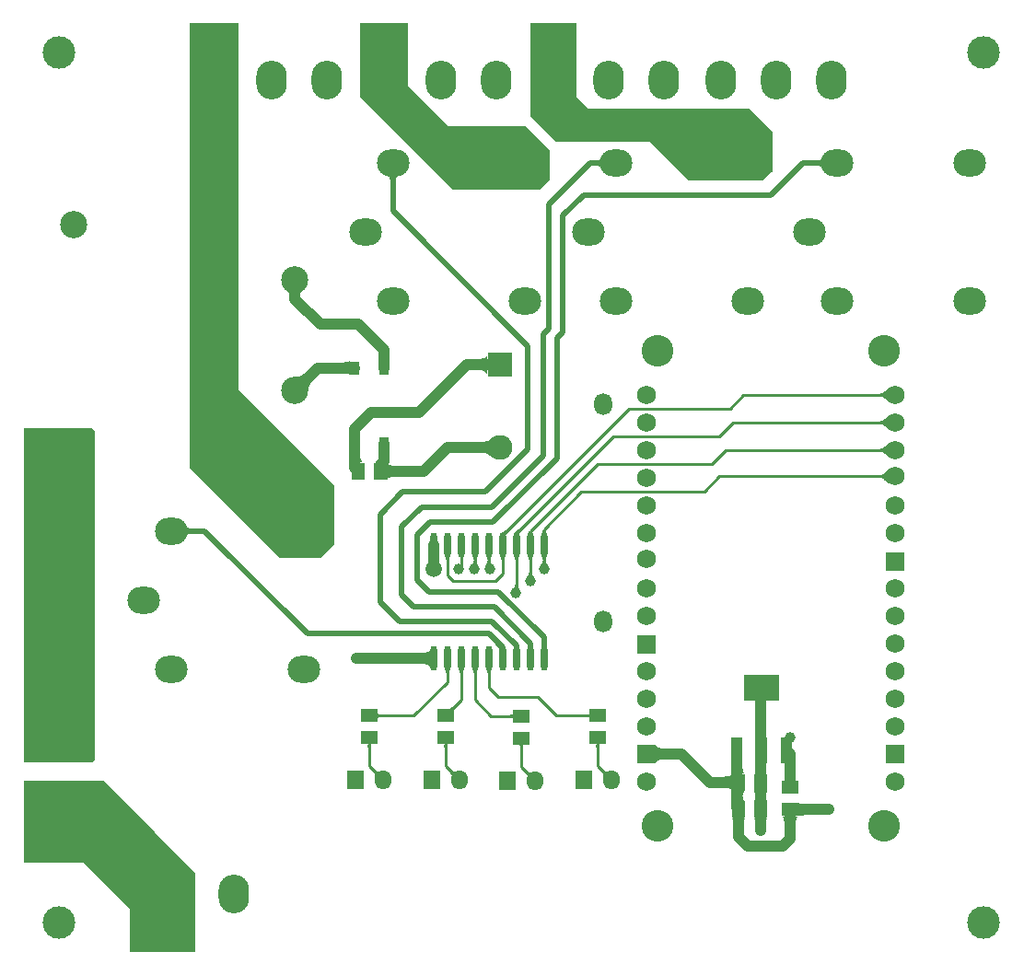
<source format=gtl>
G04 Layer_Physical_Order=1*
G04 Layer_Color=255*
%FSLAX44Y44*%
%MOMM*%
G71*
G01*
G75*
%ADD10R,3.3000X2.4000*%
%ADD11R,1.0000X2.4000*%
%ADD12R,1.2700X1.6002*%
%ADD13R,1.6002X1.2700*%
%ADD14O,0.6000X2.3000*%
%ADD15R,0.9000X1.3000*%
%ADD16R,1.6510X1.5240*%
%ADD17C,1.0000*%
%ADD18C,0.2540*%
%ADD19C,1.5000*%
%ADD20C,0.5000*%
%ADD21R,1.7526X1.7526*%
%ADD22C,2.9210*%
%ADD23C,1.7526*%
%ADD24O,1.6510X2.0320*%
%ADD25O,2.7940X3.5560*%
%ADD26C,2.5000*%
%ADD27C,2.2860*%
%ADD28R,2.2860X2.2860*%
%ADD29O,3.0000X2.5000*%
%ADD30R,1.5240X1.7780*%
%ADD31O,1.5240X1.7780*%
%ADD32C,3.0000*%
%ADD33C,1.0000*%
%ADD34C,1.5000*%
G36*
X-65821Y-167085D02*
X-66033Y-167195D01*
X-66220Y-167379D01*
X-66382Y-167637D01*
X-66519Y-167968D01*
X-66631Y-168372D01*
X-66718Y-168851D01*
X-66780Y-169403D01*
X-66817Y-170028D01*
X-66830Y-170727D01*
X-69370D01*
X-69382Y-170028D01*
X-69482Y-168851D01*
X-69569Y-168372D01*
X-69681Y-167968D01*
X-69819Y-167637D01*
X-69981Y-167379D01*
X-70167Y-167195D01*
X-70379Y-167085D01*
X-70616Y-167048D01*
X-65584D01*
X-65821Y-167085D01*
D02*
G37*
G36*
X-53121D02*
X-53333Y-167195D01*
X-53520Y-167379D01*
X-53682Y-167637D01*
X-53818Y-167968D01*
X-53931Y-168372D01*
X-54018Y-168851D01*
X-54080Y-169403D01*
X-54117Y-170028D01*
X-54130Y-170727D01*
X-56670D01*
X-56682Y-170028D01*
X-56782Y-168851D01*
X-56869Y-168372D01*
X-56981Y-167968D01*
X-57119Y-167637D01*
X-57281Y-167379D01*
X-57467Y-167195D01*
X-57679Y-167085D01*
X-57916Y-167048D01*
X-52884D01*
X-53121Y-167085D01*
D02*
G37*
G36*
X-40421D02*
X-40633Y-167195D01*
X-40820Y-167379D01*
X-40981Y-167637D01*
X-41118Y-167968D01*
X-41231Y-168372D01*
X-41318Y-168851D01*
X-41380Y-169403D01*
X-41417Y-170028D01*
X-41430Y-170727D01*
X-43970D01*
X-43982Y-170028D01*
X-44082Y-168851D01*
X-44169Y-168372D01*
X-44281Y-167968D01*
X-44419Y-167637D01*
X-44580Y-167379D01*
X-44767Y-167195D01*
X-44979Y-167085D01*
X-45216Y-167048D01*
X-40184D01*
X-40421Y-167085D01*
D02*
G37*
G36*
X-60233Y-201709D02*
X-60813Y-202307D01*
X-61708Y-203342D01*
X-62023Y-203781D01*
X-62249Y-204167D01*
X-62388Y-204499D01*
X-62438Y-204779D01*
X-62400Y-205006D01*
X-62274Y-205180D01*
X-62060Y-205302D01*
X-67273Y-203391D01*
X-67004Y-203458D01*
X-66715Y-203469D01*
X-66407Y-203426D01*
X-66078Y-203326D01*
X-65729Y-203171D01*
X-65359Y-202961D01*
X-64970Y-202695D01*
X-64560Y-202374D01*
X-64130Y-201997D01*
X-63681Y-201564D01*
X-60233Y-201709D01*
D02*
G37*
G36*
X-7970Y-212540D02*
X-7996Y-212299D01*
X-8072Y-212083D01*
X-8199Y-211892D01*
X-8377Y-211727D01*
X-8605Y-211588D01*
X-8885Y-211473D01*
X-9215Y-211384D01*
X-9596Y-211321D01*
X-10028Y-211283D01*
X-10510Y-211270D01*
Y-208730D01*
X-10028Y-208717D01*
X-9596Y-208679D01*
X-9215Y-208616D01*
X-8885Y-208527D01*
X-8605Y-208412D01*
X-8377Y-208273D01*
X-8199Y-208108D01*
X-8072Y-207917D01*
X-7996Y-207701D01*
X-7970Y-207460D01*
Y-212540D01*
D02*
G37*
G36*
X-132034Y-207541D02*
X-131957Y-207757D01*
X-131829Y-207948D01*
X-131649Y-208113D01*
X-131417Y-208253D01*
X-131135Y-208367D01*
X-130800Y-208456D01*
X-130415Y-208519D01*
X-129978Y-208557D01*
X-129489Y-208570D01*
Y-211110D01*
X-129978Y-211123D01*
X-130415Y-211161D01*
X-130800Y-211224D01*
X-131135Y-211313D01*
X-131417Y-211427D01*
X-131649Y-211567D01*
X-131829Y-211732D01*
X-131957Y-211923D01*
X-132034Y-212139D01*
X-132060Y-212380D01*
Y-207300D01*
X-132034Y-207541D01*
D02*
G37*
G36*
X62030Y-212380D02*
X62004Y-212139D01*
X61928Y-211923D01*
X61801Y-211732D01*
X61623Y-211567D01*
X61395Y-211427D01*
X61115Y-211313D01*
X60785Y-211224D01*
X60404Y-211161D01*
X59972Y-211123D01*
X59489Y-211110D01*
Y-208570D01*
X59972Y-208557D01*
X60404Y-208519D01*
X60785Y-208456D01*
X61115Y-208367D01*
X61395Y-208253D01*
X61623Y-208113D01*
X61801Y-207948D01*
X61928Y-207757D01*
X62004Y-207541D01*
X62030Y-207300D01*
Y-212380D01*
D02*
G37*
G36*
X-27721Y-167085D02*
X-27933Y-167195D01*
X-28119Y-167379D01*
X-28282Y-167637D01*
X-28419Y-167968D01*
X-28531Y-168372D01*
X-28618Y-168851D01*
X-28680Y-169403D01*
X-28718Y-170028D01*
X-28730Y-170727D01*
X-31270D01*
X-31282Y-170028D01*
X-31382Y-168851D01*
X-31469Y-168372D01*
X-31581Y-167968D01*
X-31718Y-167637D01*
X-31881Y-167379D01*
X-32067Y-167195D01*
X-32279Y-167085D01*
X-32516Y-167048D01*
X-27484D01*
X-27721Y-167085D01*
D02*
G37*
G36*
X9370Y-78191D02*
X9392Y-78606D01*
X9458Y-79024D01*
X9568Y-79446D01*
X9722Y-79871D01*
X9920Y-80300D01*
X10162Y-80733D01*
X10448Y-81169D01*
X10778Y-81609D01*
X11153Y-82053D01*
X11571Y-82500D01*
X4572Y-82360D01*
X5001Y-81935D01*
X5385Y-81511D01*
X5724Y-81087D01*
X6017Y-80664D01*
X6266Y-80241D01*
X6469Y-79820D01*
X6627Y-79399D01*
X6740Y-78978D01*
X6807Y-78558D01*
X6830Y-78139D01*
X9370Y-78191D01*
D02*
G37*
G36*
X-28705Y-67444D02*
X-28632Y-67867D01*
X-28510Y-68278D01*
X-28339Y-68677D01*
X-28119Y-69062D01*
X-27850Y-69435D01*
X-27532Y-69796D01*
X-27165Y-70144D01*
X-26749Y-70479D01*
X-26285Y-70801D01*
X-33143Y-72201D01*
X-32787Y-71656D01*
X-32188Y-70617D01*
X-31944Y-70125D01*
X-31570Y-69194D01*
X-31439Y-68755D01*
X-31345Y-68334D01*
X-31289Y-67930D01*
X-31270Y-67545D01*
X-28730Y-67007D01*
X-28705Y-67444D01*
D02*
G37*
G36*
X-41430Y-67253D02*
X-41409Y-67662D01*
X-41344Y-68078D01*
X-41238Y-68501D01*
X-41088Y-68930D01*
X-40896Y-69366D01*
X-40660Y-69808D01*
X-40382Y-70258D01*
X-40062Y-70714D01*
X-39698Y-71176D01*
X-39292Y-71646D01*
X-46279Y-71226D01*
X-45841Y-70823D01*
X-45448Y-70418D01*
X-45102Y-70011D01*
X-44801Y-69602D01*
X-44547Y-69190D01*
X-44339Y-68776D01*
X-44178Y-68359D01*
X-44062Y-67940D01*
X-43993Y-67519D01*
X-43970Y-67095D01*
X-41430Y-67253D01*
D02*
G37*
G36*
X-3330Y-89287D02*
X-3309Y-89693D01*
X-3246Y-90108D01*
X-3141Y-90531D01*
X-2993Y-90962D01*
X-2804Y-91401D01*
X-2572Y-91849D01*
X-2299Y-92304D01*
X-1983Y-92768D01*
X-1226Y-93721D01*
X-8203Y-93161D01*
X-7760Y-92769D01*
X-7363Y-92374D01*
X-7013Y-91976D01*
X-6710Y-91573D01*
X-6453Y-91166D01*
X-6243Y-90756D01*
X-6080Y-90342D01*
X-5963Y-89924D01*
X-5893Y-89502D01*
X-5870Y-89076D01*
X-3330Y-89287D01*
D02*
G37*
G36*
X-83366Y-166985D02*
X-83470Y-166037D01*
X-83783Y-165190D01*
X-84305Y-164442D01*
X-85035Y-163794D01*
X-85974Y-163245D01*
X-87121Y-162797D01*
X-88477Y-162448D01*
X-90041Y-162198D01*
X-91814Y-162049D01*
X-93795Y-161999D01*
Y-151999D01*
X-91814Y-151949D01*
X-90042Y-151800D01*
X-88478Y-151551D01*
X-87122Y-151202D01*
X-85976Y-150754D01*
X-85037Y-150206D01*
X-84308Y-149559D01*
X-83786Y-148812D01*
X-83474Y-147966D01*
X-83370Y-147020D01*
X-83366Y-166985D01*
D02*
G37*
G36*
X23304Y-142819D02*
X23552Y-147186D01*
X23618Y-147494D01*
X23693Y-147724D01*
X17907D01*
X17982Y-147494D01*
X18048Y-147186D01*
X18107Y-146799D01*
X18202Y-145788D01*
X18284Y-143679D01*
X18300Y-141879D01*
X23300D01*
X23304Y-142819D01*
D02*
G37*
G36*
X-18876Y-141601D02*
X-15467Y-145445D01*
X-15295Y-145778D01*
X-15294Y-145966D01*
X-15463Y-146008D01*
X-15802Y-145905D01*
X-20265Y-150776D01*
X-19997Y-150378D01*
X-19863Y-149916D01*
X-19863Y-149390D01*
X-19997Y-148801D01*
X-20265Y-148147D01*
X-20667Y-147429D01*
X-21203Y-146648D01*
X-21874Y-145802D01*
X-22678Y-144892D01*
X-23617Y-143919D01*
X-20069Y-140396D01*
X-18876Y-141601D01*
D02*
G37*
G36*
X-67701Y-236315D02*
X-67917Y-236392D01*
X-68108Y-236520D01*
X-68273Y-236700D01*
X-68412Y-236932D01*
X-68527Y-237214D01*
X-68616Y-237549D01*
X-68679Y-237934D01*
X-68717Y-238371D01*
X-68730Y-238860D01*
X-71270D01*
X-71283Y-238371D01*
X-71321Y-237934D01*
X-71384Y-237549D01*
X-71473Y-237214D01*
X-71588Y-236932D01*
X-71727Y-236700D01*
X-71892Y-236520D01*
X-72083Y-236392D01*
X-72299Y-236315D01*
X-72540Y-236289D01*
X-67460D01*
X-67701Y-236315D01*
D02*
G37*
G36*
X203030Y-254930D02*
X203270Y-258130D01*
X203480Y-259429D01*
X203750Y-260529D01*
X204080Y-261430D01*
X204470Y-262129D01*
X204920Y-262630D01*
X205430Y-262929D01*
X206000Y-263029D01*
X193361D01*
Y-278029D01*
X203000D01*
X203015Y-278971D01*
X206000D01*
X205430Y-279070D01*
X204920Y-279370D01*
X204470Y-279870D01*
X204080Y-280571D01*
X203750Y-281471D01*
X203480Y-282570D01*
X203330Y-283500D01*
X203480Y-284429D01*
X203750Y-285529D01*
X204080Y-286430D01*
X204470Y-287129D01*
X204920Y-287630D01*
X205430Y-287929D01*
X206000Y-288029D01*
X203031D01*
X203000Y-288971D01*
X193000D01*
X193111Y-285906D01*
X193090Y-285529D01*
X193000Y-278029D01*
X193037D01*
X192960Y-277901D01*
X192460Y-277456D01*
X191761Y-277069D01*
X190861Y-276743D01*
X189760Y-276475D01*
X188461Y-276267D01*
X186961Y-276119D01*
X183361Y-276000D01*
Y-266000D01*
X185261Y-265970D01*
X188461Y-265733D01*
X189760Y-265525D01*
X190861Y-265257D01*
X191761Y-264931D01*
X192460Y-264544D01*
X192960Y-264099D01*
X193260Y-263594D01*
X193361Y-263029D01*
X193292Y-262929D01*
X193231Y-262630D01*
X193177Y-262129D01*
X193090Y-260529D01*
X193000Y-253029D01*
X203000D01*
X203030Y-254930D01*
D02*
G37*
G36*
X225007Y-278971D02*
X226320D01*
X226069Y-279070D01*
X225844Y-279370D01*
X225647Y-279870D01*
X225475Y-280571D01*
X225330Y-281471D01*
X225215Y-282773D01*
X225475Y-286430D01*
X225647Y-287129D01*
X225844Y-287630D01*
X226069Y-287929D01*
X226320Y-288029D01*
X225007D01*
X225000Y-288971D01*
X215000D01*
X214993Y-288029D01*
X213680D01*
X213931Y-287929D01*
X214156Y-287630D01*
X214353Y-287129D01*
X214525Y-286430D01*
X214670Y-285529D01*
X214785Y-284226D01*
X214525Y-280571D01*
X214353Y-279870D01*
X214156Y-279370D01*
X213931Y-279070D01*
X213680Y-278971D01*
X214993D01*
X215000Y-278029D01*
X225000D01*
X225007Y-278971D01*
D02*
G37*
G36*
X6197Y-261683D02*
X6567Y-262000D01*
X6913Y-262256D01*
X7233Y-262451D01*
X7527Y-262585D01*
X7796Y-262658D01*
X8040Y-262670D01*
X8259Y-262621D01*
X8452Y-262511D01*
X8619Y-262340D01*
X5512Y-266384D01*
X5638Y-266173D01*
X5708Y-265940D01*
X5721Y-265687D01*
X5677Y-265413D01*
X5577Y-265117D01*
X5420Y-264800D01*
X5207Y-264463D01*
X4937Y-264104D01*
X4611Y-263725D01*
X4228Y-263324D01*
X5800Y-261304D01*
X6197Y-261683D01*
D02*
G37*
G36*
X255070Y-289931D02*
X255371Y-290156D01*
X255870Y-290353D01*
X256570Y-290525D01*
X257470Y-290670D01*
X259870Y-290881D01*
X263071Y-290987D01*
X264970Y-291000D01*
Y-301000D01*
X263071Y-301013D01*
X256570Y-301475D01*
X255870Y-301647D01*
X255371Y-301845D01*
X255070Y-302069D01*
X254970Y-302320D01*
X254406Y-302419D01*
X253901Y-302719D01*
X253456Y-303220D01*
X253069Y-303920D01*
X252743Y-304820D01*
X252475Y-305919D01*
X252267Y-307220D01*
X252119Y-308720D01*
X252000Y-312320D01*
X242000D01*
X241970Y-310420D01*
X241733Y-307220D01*
X241525Y-305919D01*
X241257Y-304820D01*
X240931Y-303920D01*
X240544Y-303220D01*
X240099Y-302719D01*
X239594Y-302419D01*
X239030Y-302320D01*
X254970D01*
Y-289681D01*
X255070Y-289931D01*
D02*
G37*
G36*
X-337000Y-317000D02*
X-300000Y-354000D01*
Y-358000D01*
Y-426941D01*
X-360000D01*
Y-387000D01*
X-371000Y-376000D01*
X-402000Y-345000D01*
X-456941D01*
Y-270000D01*
X-384000D01*
X-337000Y-317000D01*
D02*
G37*
G36*
X205749Y-304070D02*
X205525Y-304370D01*
X205327Y-304870D01*
X205155Y-305571D01*
X205010Y-306471D01*
X204799Y-308871D01*
X204693Y-312071D01*
X204680Y-313971D01*
X194680D01*
X194667Y-312071D01*
X194205Y-305571D01*
X194033Y-304870D01*
X193836Y-304370D01*
X193611Y-304070D01*
X193361Y-303971D01*
X206000D01*
X205749Y-304070D01*
D02*
G37*
G36*
X226069D02*
X225844Y-304370D01*
X225647Y-304870D01*
X225475Y-305571D01*
X225330Y-306471D01*
X225119Y-308871D01*
X225013Y-312071D01*
X225000Y-313971D01*
X215000D01*
X214987Y-312071D01*
X214525Y-305571D01*
X214353Y-304870D01*
X214156Y-304370D01*
X213931Y-304070D01*
X213680Y-303971D01*
X226320D01*
X226069Y-304070D01*
D02*
G37*
G36*
X-133804Y-260683D02*
X-133433Y-261000D01*
X-133087Y-261256D01*
X-132767Y-261451D01*
X-132473Y-261585D01*
X-132204Y-261658D01*
X-131960Y-261670D01*
X-131741Y-261621D01*
X-131548Y-261511D01*
X-131380Y-261340D01*
X-134488Y-265384D01*
X-134361Y-265173D01*
X-134292Y-264940D01*
X-134279Y-264687D01*
X-134323Y-264412D01*
X-134423Y-264117D01*
X-134580Y-263801D01*
X-134793Y-263463D01*
X-135063Y-263104D01*
X-135389Y-262725D01*
X-135772Y-262324D01*
X-134200Y-260304D01*
X-133804Y-260683D01*
D02*
G37*
G36*
X2299Y-236635D02*
X2083Y-236712D01*
X1892Y-236840D01*
X1727Y-237020D01*
X1587Y-237252D01*
X1473Y-237534D01*
X1384Y-237869D01*
X1321Y-238254D01*
X1283Y-238691D01*
X1270Y-239179D01*
X-1270D01*
X-1283Y-238691D01*
X-1321Y-238254D01*
X-1384Y-237869D01*
X-1473Y-237534D01*
X-1587Y-237252D01*
X-1727Y-237020D01*
X-1892Y-236840D01*
X-2083Y-236712D01*
X-2299Y-236635D01*
X-2540Y-236609D01*
X2540D01*
X2299Y-236635D01*
D02*
G37*
G36*
X-137701Y-236475D02*
X-137917Y-236552D01*
X-138108Y-236680D01*
X-138273Y-236860D01*
X-138413Y-237092D01*
X-138527Y-237374D01*
X-138616Y-237709D01*
X-138679Y-238094D01*
X-138717Y-238531D01*
X-138730Y-239020D01*
X-141270D01*
X-141283Y-238531D01*
X-141321Y-238094D01*
X-141384Y-237709D01*
X-141473Y-237374D01*
X-141587Y-237092D01*
X-141727Y-236860D01*
X-141892Y-236680D01*
X-142083Y-236552D01*
X-142299Y-236475D01*
X-142540Y-236449D01*
X-137460D01*
X-137701Y-236475D01*
D02*
G37*
G36*
X72299D02*
X72083Y-236552D01*
X71892Y-236680D01*
X71727Y-236860D01*
X71588Y-237092D01*
X71473Y-237374D01*
X71384Y-237709D01*
X71321Y-238094D01*
X71283Y-238531D01*
X71270Y-239020D01*
X68730D01*
X68717Y-238531D01*
X68679Y-238094D01*
X68616Y-237709D01*
X68527Y-237374D01*
X68412Y-237092D01*
X68273Y-236860D01*
X68108Y-236680D01*
X67917Y-236552D01*
X67701Y-236475D01*
X67460Y-236449D01*
X72540D01*
X72299Y-236475D01*
D02*
G37*
G36*
X-392000Y52000D02*
Y-246000D01*
Y-250000D01*
X-395000Y-253000D01*
X-456941D01*
Y55000D01*
X-395000D01*
X-392000Y52000D01*
D02*
G37*
G36*
X-63804Y-260683D02*
X-63433Y-261000D01*
X-63087Y-261256D01*
X-62767Y-261451D01*
X-62473Y-261585D01*
X-62203Y-261658D01*
X-61960Y-261670D01*
X-61741Y-261621D01*
X-61548Y-261511D01*
X-61380Y-261340D01*
X-64488Y-265384D01*
X-64362Y-265173D01*
X-64292Y-264940D01*
X-64279Y-264687D01*
X-64323Y-264412D01*
X-64423Y-264117D01*
X-64580Y-263801D01*
X-64793Y-263463D01*
X-65063Y-263104D01*
X-65389Y-262725D01*
X-65772Y-262324D01*
X-64200Y-260304D01*
X-63804Y-260683D01*
D02*
G37*
G36*
X76196D02*
X76567Y-261000D01*
X76913Y-261256D01*
X77233Y-261451D01*
X77527Y-261585D01*
X77797Y-261658D01*
X78040Y-261670D01*
X78259Y-261621D01*
X78452Y-261511D01*
X78620Y-261340D01*
X75512Y-265384D01*
X75638Y-265173D01*
X75708Y-264940D01*
X75721Y-264687D01*
X75677Y-264412D01*
X75577Y-264117D01*
X75420Y-263801D01*
X75207Y-263463D01*
X74937Y-263104D01*
X74611Y-262725D01*
X74228Y-262324D01*
X75800Y-260304D01*
X76196Y-260683D01*
D02*
G37*
G36*
X123833Y-236977D02*
X124132Y-237611D01*
X124633Y-238171D01*
X125332Y-238656D01*
X126233Y-239067D01*
X127332Y-239403D01*
X128632Y-239664D01*
X130133Y-239851D01*
X131833Y-239963D01*
X133733Y-240000D01*
Y-250000D01*
X131833Y-250037D01*
X128632Y-250336D01*
X127332Y-250597D01*
X126233Y-250933D01*
X125332Y-251344D01*
X124633Y-251829D01*
X124132Y-252389D01*
X123833Y-253023D01*
X123733Y-253732D01*
Y-236268D01*
X123833Y-236977D01*
D02*
G37*
G36*
X337342Y53666D02*
X336407Y54590D01*
X334649Y56147D01*
X333826Y56779D01*
X333041Y57314D01*
X332292Y57752D01*
X331581Y58092D01*
X330907Y58335D01*
X330271Y58481D01*
X329672Y58530D01*
Y61070D01*
X330271Y61119D01*
X330907Y61265D01*
X331581Y61508D01*
X332292Y61848D01*
X333041Y62286D01*
X333826Y62821D01*
X334649Y63453D01*
X336407Y65010D01*
X337342Y65934D01*
Y53666D01*
D02*
G37*
G36*
Y79066D02*
X336407Y79990D01*
X334649Y81547D01*
X333826Y82179D01*
X333041Y82714D01*
X332292Y83152D01*
X331581Y83492D01*
X330907Y83735D01*
X330271Y83881D01*
X329672Y83930D01*
Y86470D01*
X330271Y86519D01*
X330907Y86665D01*
X331581Y86908D01*
X332292Y87248D01*
X333041Y87686D01*
X333826Y88221D01*
X334649Y88853D01*
X336407Y90410D01*
X337342Y91334D01*
Y79066D01*
D02*
G37*
G36*
X-191460Y99069D02*
X-192313Y98162D01*
X-193076Y97241D01*
X-193747Y96305D01*
X-194327Y95353D01*
X-194817Y94386D01*
X-195215Y93404D01*
X-195523Y92407D01*
X-195740Y91395D01*
X-195866Y90368D01*
X-195901Y89325D01*
X-208275Y101699D01*
X-207232Y101734D01*
X-206205Y101860D01*
X-205193Y102077D01*
X-204196Y102385D01*
X-203214Y102783D01*
X-202247Y103273D01*
X-201295Y103853D01*
X-200359Y104524D01*
X-199437Y105287D01*
X-198531Y106140D01*
X-191460Y99069D01*
D02*
G37*
G36*
X-28163Y28899D02*
X-28782Y29469D01*
X-29463Y29979D01*
X-30206Y30429D01*
X-31010Y30820D01*
X-31877Y31150D01*
X-32805Y31420D01*
X-33795Y31630D01*
X-34847Y31780D01*
X-35961Y31870D01*
X-37136Y31900D01*
Y41900D01*
X-35961Y41930D01*
X-34847Y42020D01*
X-33795Y42170D01*
X-32805Y42380D01*
X-31877Y42650D01*
X-31010Y42980D01*
X-30206Y43370D01*
X-29463Y43821D01*
X-28782Y44331D01*
X-28163Y44901D01*
Y28899D01*
D02*
G37*
G36*
X-123420Y22406D02*
X-123120Y21901D01*
X-122620Y21456D01*
X-121920Y21069D01*
X-121020Y20743D01*
X-119921Y20475D01*
X-118621Y20267D01*
X-117121Y20119D01*
X-113520Y20000D01*
Y10000D01*
X-115421Y9970D01*
X-118621Y9733D01*
X-119921Y9525D01*
X-121020Y9257D01*
X-121920Y8931D01*
X-122620Y8544D01*
X-123120Y8099D01*
X-123420Y7594D01*
X-123520Y7030D01*
Y22970D01*
X-123420Y22406D01*
D02*
G37*
G36*
X-148454Y31070D02*
X-148314Y29371D01*
X-148081Y27871D01*
X-147755Y26570D01*
X-147335Y25470D01*
X-146823Y24571D01*
X-146217Y23870D01*
X-145518Y23370D01*
X-144726Y23070D01*
X-143841Y22970D01*
X-156480D01*
X-156863Y23070D01*
X-157207Y23370D01*
X-157510Y23870D01*
X-157773Y24571D01*
X-157995Y25470D01*
X-158177Y26570D01*
X-158318Y27871D01*
X-158480Y31070D01*
X-158500Y32970D01*
X-148500D01*
X-148454Y31070D01*
D02*
G37*
G36*
X337342Y28266D02*
X336407Y29190D01*
X334649Y30747D01*
X333826Y31379D01*
X333041Y31914D01*
X332292Y32352D01*
X331581Y32692D01*
X330907Y32935D01*
X330271Y33081D01*
X329672Y33130D01*
Y35670D01*
X330271Y35719D01*
X330907Y35865D01*
X331581Y36108D01*
X332292Y36448D01*
X333041Y36886D01*
X333826Y37421D01*
X334649Y38053D01*
X336407Y39610D01*
X337342Y40534D01*
Y28266D01*
D02*
G37*
G36*
X-31369Y103100D02*
X-31469Y104050D01*
X-31770Y104900D01*
X-32272Y105650D01*
X-32974Y106300D01*
X-33877Y106850D01*
X-34980Y107300D01*
X-36284Y107650D01*
X-37789Y107900D01*
X-39494Y108050D01*
X-41399Y108100D01*
Y118100D01*
X-39494Y118150D01*
X-37789Y118300D01*
X-36284Y118550D01*
X-34980Y118900D01*
X-33877Y119350D01*
X-32974Y119900D01*
X-32272Y120550D01*
X-31770Y121300D01*
X-31469Y122150D01*
X-31369Y123100D01*
Y103100D01*
D02*
G37*
G36*
X51000Y398000D02*
Y359000D01*
X55000Y355000D01*
X62000Y348000D01*
X210000Y348000D01*
X225000Y333000D01*
X231000Y327000D01*
Y319000D01*
Y291000D01*
X230000Y290000D01*
X222000Y282000D01*
X154000D01*
X139000Y297000D01*
X118000Y318000D01*
X32000D01*
X28000Y322000D01*
X8000Y342000D01*
Y396000D01*
Y426941D01*
X51000D01*
Y398000D01*
D02*
G37*
G36*
X73002Y293512D02*
X72944Y293985D01*
X72769Y294408D01*
X72478Y294781D01*
X72070Y295104D01*
X71546Y295378D01*
X70905Y295602D01*
X70148Y295776D01*
X69274Y295900D01*
X68283Y295975D01*
X67176Y296000D01*
Y301000D01*
X68283Y301025D01*
X69274Y301099D01*
X70148Y301224D01*
X70905Y301398D01*
X71546Y301622D01*
X72070Y301896D01*
X72478Y302219D01*
X72769Y302593D01*
X72944Y303015D01*
X73002Y303488D01*
Y293512D01*
D02*
G37*
G36*
X276502Y293512D02*
X276444Y293985D01*
X276269Y294408D01*
X275978Y294781D01*
X275570Y295104D01*
X275046Y295378D01*
X274405Y295602D01*
X273648Y295776D01*
X272774Y295900D01*
X271783Y295975D01*
X270676Y296000D01*
Y301000D01*
X271783Y301025D01*
X272774Y301100D01*
X273648Y301224D01*
X274405Y301398D01*
X275046Y301622D01*
X275570Y301896D01*
X275978Y302219D01*
X276269Y302593D01*
X276444Y303015D01*
X276502Y303488D01*
Y293512D01*
D02*
G37*
G36*
X-113581Y286253D02*
X-114005Y286093D01*
X-114378Y285828D01*
X-114703Y285456D01*
X-114977Y284977D01*
X-115201Y284393D01*
X-115376Y283702D01*
X-115500Y282905D01*
X-115575Y282002D01*
X-115600Y280992D01*
X-120600D01*
X-120625Y282002D01*
X-120700Y282905D01*
X-120824Y283702D01*
X-120999Y284393D01*
X-121223Y284977D01*
X-121497Y285456D01*
X-121821Y285828D01*
X-122196Y286093D01*
X-122619Y286253D01*
X-123093Y286306D01*
X-113107D01*
X-113581Y286253D01*
D02*
G37*
G36*
X-157970Y103530D02*
X-158070Y103810D01*
X-158370Y104059D01*
X-158870Y104280D01*
X-159570Y104471D01*
X-160470Y104633D01*
X-161570Y104765D01*
X-164370Y104941D01*
X-167970Y105000D01*
Y115000D01*
X-166070Y115015D01*
X-160470Y115367D01*
X-159570Y115529D01*
X-158870Y115720D01*
X-158370Y115940D01*
X-158070Y116190D01*
X-157970Y116469D01*
Y103530D01*
D02*
G37*
G36*
X-202819Y179555D02*
X-202941Y179314D01*
X-203049Y178964D01*
X-203142Y178501D01*
X-203221Y177929D01*
X-203335Y176450D01*
X-203400Y173400D01*
X-213400D01*
X-213407Y174528D01*
X-213658Y178501D01*
X-213751Y178964D01*
X-213859Y179314D01*
X-213981Y179555D01*
X-214117Y179684D01*
X-202683D01*
X-202819Y179555D01*
D02*
G37*
G36*
X-104000Y400000D02*
Y369000D01*
X-67000Y332000D01*
X-50000Y332000D01*
X4000D01*
X18000Y318000D01*
X26000Y310000D01*
Y307000D01*
Y283000D01*
X24000Y281000D01*
X17000Y274000D01*
X-63000D01*
X-99000Y310000D01*
X-148000Y359000D01*
Y364000D01*
Y426941D01*
X-104000D01*
Y400000D01*
D02*
G37*
G36*
X337342Y4136D02*
X336407Y5060D01*
X334649Y6617D01*
X333826Y7249D01*
X333041Y7784D01*
X332292Y8222D01*
X331581Y8562D01*
X330907Y8805D01*
X330271Y8951D01*
X329672Y9000D01*
Y11540D01*
X330271Y11589D01*
X330907Y11735D01*
X331581Y11978D01*
X332292Y12318D01*
X333041Y12756D01*
X333826Y13291D01*
X334649Y13923D01*
X336407Y15480D01*
X337342Y16404D01*
Y4136D01*
D02*
G37*
G36*
X-27721Y-63087D02*
X-27933Y-63197D01*
X-28119Y-63381D01*
X-28282Y-63639D01*
X-28419Y-63970D01*
X-28531Y-64375D01*
X-28618Y-64853D01*
X-28680Y-65405D01*
X-28718Y-66030D01*
X-28730Y-66729D01*
X-31270D01*
X-31282Y-66030D01*
X-31382Y-64853D01*
X-31469Y-64375D01*
X-31581Y-63970D01*
X-31718Y-63639D01*
X-31881Y-63381D01*
X-32067Y-63197D01*
X-32279Y-63087D01*
X-32516Y-63050D01*
X-27484D01*
X-27721Y-63087D01*
D02*
G37*
G36*
X-15021D02*
X-15233Y-63197D01*
X-15419Y-63381D01*
X-15582Y-63639D01*
X-15718Y-63970D01*
X-15831Y-64375D01*
X-15918Y-64853D01*
X-15980Y-65405D01*
X-16018Y-66030D01*
X-16030Y-66729D01*
X-18570D01*
X-18582Y-66030D01*
X-18682Y-64853D01*
X-18769Y-64375D01*
X-18881Y-63970D01*
X-19018Y-63639D01*
X-19181Y-63381D01*
X-19367Y-63197D01*
X-19579Y-63087D01*
X-19816Y-63050D01*
X-14784D01*
X-15021Y-63087D01*
D02*
G37*
G36*
X-2321D02*
X-2533Y-63197D01*
X-2720Y-63381D01*
X-2882Y-63639D01*
X-3018Y-63970D01*
X-3131Y-64375D01*
X-3218Y-64853D01*
X-3280Y-65405D01*
X-3318Y-66030D01*
X-3330Y-66729D01*
X-5870D01*
X-5882Y-66030D01*
X-5982Y-64853D01*
X-6069Y-64375D01*
X-6181Y-63970D01*
X-6319Y-63639D01*
X-6481Y-63381D01*
X-6667Y-63197D01*
X-6879Y-63087D01*
X-7116Y-63050D01*
X-2084D01*
X-2321Y-63087D01*
D02*
G37*
G36*
X-40421D02*
X-40633Y-63197D01*
X-40820Y-63381D01*
X-40981Y-63639D01*
X-41118Y-63970D01*
X-41231Y-64375D01*
X-41318Y-64853D01*
X-41380Y-65405D01*
X-41417Y-66030D01*
X-41430Y-66729D01*
X-43970D01*
X-43982Y-66030D01*
X-44082Y-64853D01*
X-44169Y-64375D01*
X-44281Y-63970D01*
X-44419Y-63639D01*
X-44580Y-63381D01*
X-44767Y-63197D01*
X-44979Y-63087D01*
X-45216Y-63050D01*
X-40184D01*
X-40421Y-63087D01*
D02*
G37*
G36*
X22093Y-67537D02*
X22161Y-67958D01*
X22276Y-68378D01*
X22436Y-68797D01*
X22641Y-69215D01*
X22892Y-69632D01*
X23189Y-70048D01*
X23532Y-70464D01*
X23920Y-70878D01*
X24354Y-71292D01*
X17360Y-71572D01*
X17772Y-71114D01*
X18467Y-70213D01*
X18749Y-69770D01*
X18987Y-69332D01*
X19183Y-68900D01*
X19335Y-68472D01*
X19443Y-68050D01*
X19508Y-67633D01*
X19530Y-67221D01*
X22070Y-67116D01*
X22093Y-67537D01*
D02*
G37*
G36*
X-75800Y-65095D02*
X-75609Y-69786D01*
X-86105Y-69506D01*
X-86047Y-69407D01*
X-85995Y-69224D01*
X-85950Y-68958D01*
X-85910Y-68607D01*
X-85828Y-67050D01*
X-85800Y-64737D01*
X-75800Y-65095D01*
D02*
G37*
G36*
X-65821Y-63087D02*
X-66033Y-63197D01*
X-66220Y-63381D01*
X-66382Y-63639D01*
X-66519Y-63970D01*
X-66631Y-64375D01*
X-66718Y-64853D01*
X-66780Y-65405D01*
X-66817Y-66030D01*
X-66830Y-66729D01*
X-69370D01*
X-69382Y-66030D01*
X-69482Y-64853D01*
X-69569Y-64375D01*
X-69681Y-63970D01*
X-69819Y-63639D01*
X-69981Y-63381D01*
X-70167Y-63197D01*
X-70379Y-63087D01*
X-70616Y-63050D01*
X-65584D01*
X-65821Y-63087D01*
D02*
G37*
G36*
X10379D02*
X10167Y-63197D01*
X9980Y-63381D01*
X9819Y-63639D01*
X9682Y-63970D01*
X9569Y-64375D01*
X9482Y-64853D01*
X9420Y-65405D01*
X9383Y-66030D01*
X9370Y-66729D01*
X6830D01*
X6818Y-66030D01*
X6718Y-64853D01*
X6631Y-64375D01*
X6519Y-63970D01*
X6381Y-63639D01*
X6219Y-63381D01*
X6033Y-63197D01*
X5821Y-63087D01*
X5584Y-63050D01*
X10616D01*
X10379Y-63087D01*
D02*
G37*
G36*
X22083Y-39972D02*
X22182Y-41149D01*
X22269Y-41627D01*
X22381Y-42032D01*
X22518Y-42363D01*
X22680Y-42621D01*
X22867Y-42805D01*
X23079Y-42915D01*
X23316Y-42952D01*
X18284D01*
X18521Y-42915D01*
X18733Y-42805D01*
X18920Y-42621D01*
X19081Y-42363D01*
X19219Y-42032D01*
X19331Y-41627D01*
X19418Y-41149D01*
X19480Y-40597D01*
X19518Y-39972D01*
X19530Y-39273D01*
X22070D01*
X22083Y-39972D01*
D02*
G37*
G36*
X-1313Y-40109D02*
X-1745Y-40559D01*
X-2381Y-41338D01*
X-2585Y-41667D01*
X-2712Y-41956D01*
X-2763Y-42204D01*
X-2738Y-42412D01*
X-2637Y-42579D01*
X-2460Y-42706D01*
X-2206Y-42793D01*
X-6098Y-41907D01*
X-6259Y-41954D01*
X-6329Y-41921D01*
X-6309Y-41810D01*
X-6197Y-41619D01*
X-5995Y-41350D01*
X-5702Y-41002D01*
X-4276Y-39486D01*
X-3619Y-38823D01*
X-1313Y-40109D01*
D02*
G37*
G36*
X9373Y-40302D02*
X9449Y-41486D01*
X9484Y-41676D01*
X9526Y-41824D01*
X9573Y-41930D01*
X9627Y-41993D01*
X9687Y-42015D01*
X6513D01*
X6573Y-41993D01*
X6627Y-41930D01*
X6675Y-41824D01*
X6716Y-41676D01*
X6751Y-41486D01*
X6779Y-41253D01*
X6817Y-40661D01*
X6830Y-39900D01*
X9370D01*
X9373Y-40302D01*
D02*
G37*
G36*
X-13128Y-40924D02*
X-13564Y-41378D01*
X-14231Y-42187D01*
X-14462Y-42541D01*
X-14624Y-42863D01*
X-14718Y-43151D01*
X-14742Y-43406D01*
X-14699Y-43628D01*
X-14586Y-43816D01*
X-14405Y-43971D01*
X-18075Y-41608D01*
X-17910Y-41571D01*
X-17724Y-41500D01*
X-17518Y-41394D01*
X-17292Y-41255D01*
X-17045Y-41083D01*
X-16490Y-40635D01*
X-15853Y-40052D01*
X-15504Y-39710D01*
X-13128Y-40924D01*
D02*
G37*
G36*
X23079Y-63087D02*
X22867Y-63197D01*
X22680Y-63381D01*
X22518Y-63639D01*
X22381Y-63970D01*
X22269Y-64375D01*
X22182Y-64853D01*
X22120Y-65405D01*
X22083Y-66030D01*
X22070Y-66729D01*
X19530D01*
X19518Y-66030D01*
X19418Y-64853D01*
X19331Y-64375D01*
X19219Y-63970D01*
X19081Y-63639D01*
X18920Y-63381D01*
X18733Y-63197D01*
X18521Y-63087D01*
X18284Y-63050D01*
X23316D01*
X23079Y-63087D01*
D02*
G37*
G36*
X-260000Y422000D02*
Y90000D01*
X-217000Y47000D01*
X-172000Y2000D01*
Y-18000D01*
Y-52000D01*
X-180000Y-60000D01*
X-185000Y-65000D01*
X-222000D01*
X-238000Y-49000D01*
X-305000Y18000D01*
Y345000D01*
Y426941D01*
X-260000D01*
Y422000D01*
D02*
G37*
G36*
X-307644Y-35484D02*
X-307469Y-35907D01*
X-307178Y-36281D01*
X-306770Y-36604D01*
X-306246Y-36878D01*
X-305605Y-37102D01*
X-304848Y-37276D01*
X-303974Y-37401D01*
X-302983Y-37475D01*
X-301876Y-37500D01*
Y-42500D01*
X-302983Y-42525D01*
X-303974Y-42600D01*
X-304848Y-42724D01*
X-305605Y-42898D01*
X-306246Y-43122D01*
X-306770Y-43396D01*
X-307178Y-43719D01*
X-307469Y-44092D01*
X-307644Y-44516D01*
X-307702Y-44988D01*
Y-35012D01*
X-307644Y-35484D01*
D02*
G37*
D10*
X221000Y-184000D02*
D03*
D11*
X244000Y-242000D02*
D03*
X221000Y-242000D02*
D03*
X198000Y-242000D02*
D03*
D12*
X199680Y-296000D02*
D03*
X220000D02*
D03*
X199680Y-271000D02*
D03*
X220000D02*
D03*
X-129840Y15000D02*
D03*
X-150160D02*
D03*
D13*
X247000Y-296000D02*
D03*
Y-275680D02*
D03*
X70000Y-209840D02*
D03*
Y-230160D02*
D03*
X0Y-210000D02*
D03*
Y-230320D02*
D03*
X-70000Y-209680D02*
D03*
Y-230000D02*
D03*
X-140000Y-209840D02*
D03*
Y-230160D02*
D03*
D14*
X20800Y-53001D02*
D03*
X8100D02*
D03*
X-4600D02*
D03*
X-17300D02*
D03*
X-30000D02*
D03*
X-42700D02*
D03*
X-55400D02*
D03*
X-68100D02*
D03*
X-80800D02*
D03*
X20800Y-156999D02*
D03*
X8100D02*
D03*
X-4600D02*
D03*
X-17300D02*
D03*
X-30000D02*
D03*
X-42700D02*
D03*
X-55400D02*
D03*
X-68100D02*
D03*
X-80800D02*
D03*
D15*
X-153500Y110000D02*
D03*
X-126500D02*
D03*
Y40000D02*
D03*
X-153500D02*
D03*
D16*
X-412238Y-244982D02*
D03*
Y-278002D02*
D03*
D17*
X247000Y-275680D02*
Y-245000D01*
X220000Y-271000D02*
Y-185000D01*
X198000Y-271000D02*
Y-242000D01*
Y-294320D02*
Y-271000D01*
X270000Y-296000D02*
X283000D01*
X247000D02*
X270000D01*
X247000Y-323000D02*
Y-296000D01*
X240000Y-330000D02*
X247000Y-323000D01*
X208000Y-330000D02*
X240000D01*
X199680Y-321680D02*
X208000Y-330000D01*
X199680Y-321680D02*
Y-296000D01*
X-56500Y298500D02*
X3500D01*
X-125000Y367000D02*
X-56500Y298500D01*
X-125000Y367000D02*
Y370000D01*
X-81000Y-75000D02*
X-80800Y-74800D01*
Y-53001D01*
X220000Y-315000D02*
X220000Y-315000D01*
Y-296000D01*
X173000Y-271000D02*
X198000D01*
X147000Y-245000D02*
X173000Y-271000D01*
X115000Y-245000D02*
X147000D01*
X198000Y-271000D02*
X199680D01*
X244000Y-242000D02*
X247000Y-245000D01*
X220000Y-296000D02*
Y-271000D01*
Y-185000D02*
X221000Y-184000D01*
X198000Y-294320D02*
X199680Y-296000D01*
X-151999Y-156999D02*
X-83000D01*
X-94000Y69000D02*
X-49900Y113100D01*
X-20000D01*
X-90000Y15000D02*
X-68100Y36900D01*
X-129840Y15000D02*
X-90000D01*
X-68100Y36900D02*
X-20000D01*
X158500Y298500D02*
X208500D01*
X126000Y331000D02*
X158500Y298500D01*
X52000Y331000D02*
X126000D01*
X29200Y353800D02*
X52000Y331000D01*
X29200Y353800D02*
Y370000D01*
X-200000Y-40000D02*
Y8000D01*
X-280800Y88800D02*
X-200000Y8000D01*
X-280800Y88800D02*
Y370000D01*
X-138000Y69000D02*
X-94000D01*
X-153500Y53500D02*
X-138000Y69000D01*
X-153500Y40000D02*
Y53500D01*
X-126500Y24500D02*
Y40000D01*
X-129840Y21160D02*
X-126500Y24500D01*
X-129840Y15000D02*
Y21160D01*
X-153500Y18340D02*
Y40000D01*
Y18340D02*
X-150160Y15000D01*
X-126500Y110000D02*
Y126500D01*
X-150000Y150000D02*
X-126500Y126500D01*
X-185000Y150000D02*
X-150000D01*
X-208400Y173400D02*
Y190800D01*
Y173400D02*
X-185000Y150000D01*
X-208400Y89200D02*
X-187600Y110000D01*
X-153500D01*
D18*
X-55400Y-75400D02*
Y-53001D01*
X-17300Y-43300D02*
X98627Y72627D01*
X-4600Y-41600D02*
X84227Y47227D01*
X8100Y-39900D02*
X69827Y21827D01*
X-4600Y-53001D02*
Y-41600D01*
X8100Y-53001D02*
Y-39900D01*
X55173Y-3827D02*
X168173D01*
X20800Y-38200D02*
X55173Y-3827D01*
X20800Y-53001D02*
Y-38200D01*
X98627Y72627D02*
X191627D01*
X-17300Y-53001D02*
Y-43300D01*
X84227Y47227D02*
X182227D01*
X69827Y21827D02*
X174827D01*
X31840Y-209840D02*
X70000D01*
X15000Y-193000D02*
X31840Y-209840D01*
X-21000Y-193000D02*
X15000D01*
X-30000Y-184000D02*
X-21000Y-193000D01*
X-30000Y-184000D02*
Y-156999D01*
X-140000Y-209840D02*
X-98840D01*
X-68100Y-179100D01*
Y-156999D01*
X-70000Y-209680D02*
X-55400Y-195080D01*
Y-156999D01*
X-28000Y-210000D02*
X0D01*
X-42700Y-195300D02*
X-28000Y-210000D01*
X-42700Y-195300D02*
Y-156999D01*
X70000Y-256300D02*
X82700Y-269000D01*
X70000Y-256300D02*
Y-230160D01*
X0Y-257300D02*
X12700Y-270000D01*
X0Y-257300D02*
Y-230320D01*
X-70000Y-256300D02*
X-57300Y-269000D01*
X-70000Y-256300D02*
Y-230000D01*
X-140000Y-256300D02*
X-127300Y-269000D01*
X-140000Y-256300D02*
Y-230160D01*
X-58000Y-75000D02*
X-55800D01*
X-55400Y-75400D01*
X-23810Y-85810D02*
X-17300Y-79300D01*
X-68100Y-80900D02*
X-63190Y-85810D01*
X-23810D01*
X-5000Y-97000D02*
X-4600Y-96600D01*
Y-53001D01*
X-17300Y-79300D02*
Y-53001D01*
X8000Y-86000D02*
X8100Y-85900D01*
Y-53001D01*
X20800Y-74800D02*
X21000Y-75000D01*
X20800Y-74800D02*
Y-53001D01*
X-30000Y-74000D02*
X-29000Y-75000D01*
X-30000Y-74000D02*
Y-53001D01*
X-43000Y-75000D02*
X-42700Y-74700D01*
Y-53001D01*
X-68100Y-80900D02*
Y-53001D01*
X168173Y-3827D02*
X182270Y10270D01*
X343600D01*
X174827Y21827D02*
X187400Y34400D01*
X343600D01*
X182227Y47227D02*
X194800Y59800D01*
X343600D01*
X191627Y72627D02*
X204200Y85200D01*
X343600D01*
D19*
X-411600Y-244344D02*
Y38400D01*
X-340000Y-370000D02*
X-315400D01*
X-412238Y-297762D02*
X-340000Y-370000D01*
X-412238Y-297762D02*
Y-278002D01*
Y-244982D02*
X-411600Y-244344D01*
D20*
X258500Y298500D02*
X290400D01*
X229000Y269000D02*
X258500Y298500D01*
X57000Y269000D02*
X229000D01*
X38000Y143000D02*
Y250000D01*
X33000Y138000D02*
X38000Y143000D01*
X33000Y27000D02*
Y138000D01*
X63500Y298500D02*
X86900D01*
X25000Y260000D02*
X63500Y298500D01*
X25000Y146000D02*
Y260000D01*
X20000Y141000D02*
X25000Y146000D01*
X38000Y250000D02*
X57000Y269000D01*
X-85000Y-96000D02*
X-21000D01*
X-96000Y-85000D02*
X-85000Y-96000D01*
X-96000Y-85000D02*
Y-44000D01*
X-109000Y-4000D02*
X-33000D01*
X-130000Y-25000D02*
X-109000Y-4000D01*
X-130000Y-105000D02*
Y-25000D01*
X-112000Y-123000D02*
X-27000D01*
X-130000Y-105000D02*
X-112000Y-123000D01*
X-27000D02*
X-4600Y-145400D01*
X-92000Y-18000D02*
X-27000D01*
X-110000Y-36000D02*
X-92000Y-18000D01*
X-110000Y-99000D02*
Y-36000D01*
X-27000Y-18000D02*
X20000Y29000D01*
X6000Y35000D02*
Y130000D01*
X-33000Y-4000D02*
X6000Y35000D01*
X-118100Y254100D02*
X6000Y130000D01*
X-4600Y-156999D02*
Y-145400D01*
X-17300Y-156999D02*
Y-146700D01*
X-30000Y-134000D02*
X-17300Y-146700D01*
X-197000Y-134000D02*
X-30000D01*
X-21000Y-96000D02*
X20800Y-137800D01*
X-291000Y-40000D02*
X-197000Y-134000D01*
X-321600Y-40000D02*
X-291000D01*
X-26000Y-32000D02*
X33000Y27000D01*
X20000Y29000D02*
Y141000D01*
X-84000Y-32000D02*
X-26000D01*
X-96000Y-44000D02*
X-84000Y-32000D01*
X-110000Y-99000D02*
X-99000Y-110000D01*
X-25000D01*
X8100Y-143100D01*
X20800Y-156999D02*
Y-137800D01*
X8100Y-156999D02*
Y-143100D01*
X-118100Y254100D02*
Y298500D01*
D21*
X343600Y-68470D02*
D03*
X115000Y-245000D02*
D03*
Y-144670D02*
D03*
X343600Y-245000D02*
D03*
D22*
X333440Y125840D02*
D03*
X125160D02*
D03*
X333440Y-311040D02*
D03*
X125160D02*
D03*
D23*
X115000Y-270400D02*
D03*
Y-168800D02*
D03*
Y-194200D02*
D03*
Y-219600D02*
D03*
Y-118000D02*
D03*
Y-92600D02*
D03*
Y-65930D02*
D03*
Y85200D02*
D03*
Y59800D02*
D03*
Y34400D02*
D03*
Y9000D02*
D03*
Y-16400D02*
D03*
Y-41800D02*
D03*
X343600Y-270400D02*
D03*
Y-168800D02*
D03*
Y-194200D02*
D03*
Y-219600D02*
D03*
Y-143400D02*
D03*
Y-118000D02*
D03*
Y-92600D02*
D03*
Y85200D02*
D03*
Y59800D02*
D03*
Y34400D02*
D03*
Y10270D02*
D03*
Y-16400D02*
D03*
Y-41800D02*
D03*
D24*
X75000Y-123000D02*
D03*
Y77000D02*
D03*
D25*
X234200Y375000D02*
D03*
X285000D02*
D03*
X183400D02*
D03*
X80000D02*
D03*
X130800D02*
D03*
X29200D02*
D03*
X-74200D02*
D03*
X-23400D02*
D03*
X-125000D02*
D03*
X-230000D02*
D03*
X-179200D02*
D03*
X-280800D02*
D03*
X-264600Y-374000D02*
D03*
X-315400D02*
D03*
D26*
X-208400Y190800D02*
D03*
Y89200D02*
D03*
X-411600Y38400D02*
D03*
Y241600D02*
D03*
D27*
X-20000Y36900D02*
D03*
D28*
Y113100D02*
D03*
D29*
X-200000Y-167000D02*
D03*
Y-40000D02*
D03*
X-321600Y-167000D02*
D03*
Y-40000D02*
D03*
X-347000Y-103500D02*
D03*
X3500Y171500D02*
D03*
Y298500D02*
D03*
X-118100Y171500D02*
D03*
Y298500D02*
D03*
X-143500Y235000D02*
D03*
X208500Y171500D02*
D03*
Y298500D02*
D03*
X86900Y171500D02*
D03*
Y298500D02*
D03*
X61500Y235000D02*
D03*
X412000Y171500D02*
D03*
Y298500D02*
D03*
X290400Y171500D02*
D03*
Y298500D02*
D03*
X265000Y235000D02*
D03*
D30*
X-152700Y-269000D02*
D03*
X-82700D02*
D03*
X-12700Y-270000D02*
D03*
X57300Y-269000D02*
D03*
D31*
X-127300D02*
D03*
X-57300D02*
D03*
X12700Y-270000D02*
D03*
X82700Y-269000D02*
D03*
D32*
X-425000Y400000D02*
D03*
X425000D02*
D03*
X-425000Y-400000D02*
D03*
X425000D02*
D03*
D33*
X247000Y-230000D02*
D03*
Y-261000D02*
D03*
X-352000Y-388000D02*
D03*
Y-368000D02*
D03*
Y-408000D02*
D03*
X-330000D02*
D03*
X-307000D02*
D03*
X-419000Y18000D02*
D03*
X-433000Y32000D02*
D03*
X-445000Y18000D02*
D03*
Y46000D02*
D03*
X270000Y-296000D02*
D03*
X283000D02*
D03*
X220000Y-315000D02*
D03*
X-151999Y-156999D02*
D03*
X-58000Y-75000D02*
D03*
X-5000Y-97000D02*
D03*
X8000Y-86000D02*
D03*
X21000Y-75000D02*
D03*
X-43000D02*
D03*
X-29000D02*
D03*
D34*
X-81000D02*
D03*
M02*

</source>
